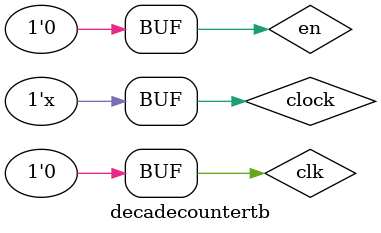
<source format=v>
module decadecountertb;
wire[3:0]count;
reg en,clock;
decadecounter uut(.en(en),.count(count),.clock(clock));
initial
begin
	$dumpfile("decadecounter.vcd");
	$dumpvars(0,decadecountertb);


	#10 clock=~clock;
        #15 en=0;
	#15 clk=0;
end
endmodule

</source>
